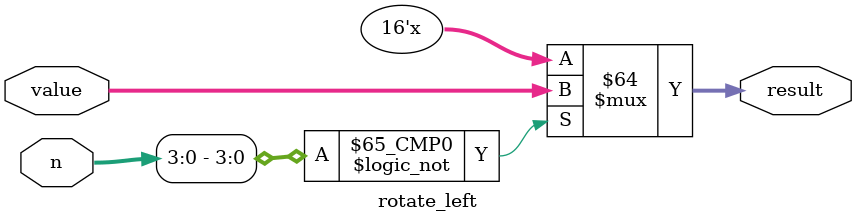
<source format=v>
module rotate_right(n, value, result);
	input [15:0] n, value;
	output reg [15:0] result;
	reg [15:0] temp, temp2;
	
	always@(*)
	begin
		case(n[3:0])
			0:
				begin
				result <= value;
				end
			1:
				begin
				temp <= { {15 - 1 + 1{1'b0}}, value[1 - 1: 0] };
				temp2 <= value >> 1;
				result <= {temp[1 - 1: 0] , temp2[15 - 1: 0]};
				end
			2:
				begin
				temp <= { {15 - 2 + 1{1'b0}}, value[2 - 1: 0] };
				temp2 <= value >> 2;
				result <= {temp[2 - 1: 0] , temp2[15 - 2: 0]};
				end
			3:
				begin
				temp <= { {15 - 3 + 1{1'b0}}, value[3 - 1: 0] };
				temp2 <= value >> 3;
				result <= {temp[3 - 1: 0] , temp2[15 - 3: 0]};
				end
			4:
				begin
				temp <= { {15 - 4 + 1{1'b0}}, value[4 - 1: 0] };
				temp2 <= value >> 4;
				result <= {temp[4 - 1: 0] , temp2[15 - 4: 0]};
				end
			5:
				begin
				temp <= { {15 - 5 + 1{1'b0}}, value[5 - 1: 0] };
				temp2 <= value >> 5;
				result <= {temp[5 - 1: 0] , temp2[15 - 5: 0]};
				end
			6:
				begin
				temp <= { {15 - 6 + 1{1'b0}}, value[6 - 1: 0] };
				temp2 <= value >> 6;
				result <= {temp[6 - 1: 0] , temp2[15 - 6: 0]};
				end
			7:
				begin
				temp <= { {15 - 7 + 1{1'b0}}, value[7 - 1: 0] };
				temp2 <= value >> 7;
				result <= {temp[7 - 1: 0] , temp2[15 - 7: 0]};
				end
			8:
				begin
				temp <= { {15 - 8 + 1{1'b0}}, value[8 - 1: 0] };
				temp2 <= value >> 8;
				result <= {temp[8 - 1: 0] , temp2[15 - 8: 0]};
				end
			9:
				begin
				temp <= { {15 - 9 + 1{1'b0}}, value[9 - 1: 0] };
				temp2 <= value >> 9;
				result <= {temp[9 - 1: 0] , temp2[15 - 9: 0]};
				end
			10:
				begin
				temp <= { {15 - 10 + 1{1'b0}}, value[10 - 1: 0] };
				temp2 <= value >> 10;
				result <= {temp[10 - 1: 0] , temp2[15 - 10: 0]};
				end
			11:
				begin
				temp <= { {15 - 11 + 1{1'b0}}, value[11 - 1: 0] };
				temp2 <= value >> 11;
				result <= {temp[11 - 1: 0] , temp2[15 - 11: 0]};
				end
			12:
				begin
				temp <= { {15 - 12 + 1{1'b0}}, value[12 - 1: 0] };
				temp2 <= value >> 12;
				result <= {temp[12 - 1: 0] , temp2[15 - 12: 0]};
				end
			13:
				begin
				temp <= { {15 - 13 + 1{1'b0}}, value[13 - 1: 0] };
				temp2 <= value >> 13;
				result <= {temp[13 - 1: 0] , temp2[15 - 13: 0]};
				end
			14:
				begin
				temp <= { {15 - 14 + 1{1'b0}}, value[14 - 1: 0] };
				temp2 <= value >> 14;
				result <= {temp[14 - 1: 0] , temp2[15 - 14: 0]};
				end
			15:
				begin
				temp <= { {15 - 15 + 1{1'b0}}, value[15 - 1: 0] };
				temp2 <= value >> 15;
				result <= {temp[15 - 1: 0] , temp2[15 - 15: 0]};
				end
		endcase
	end
endmodule

module rotate_left(n, value, result);
	input [15:0] n, value;
	output reg [15:0] result;
	reg [15:0] temp, temp2;
	
	always@(*)
	begin
		case(n[3:0])
			0:
				begin
				result <= value;
				end
			1:
				begin
				temp <= { {15 - 1 + 1{1'b0}}, value[15:15 - 1 + 1] };
				temp2 <= value << 1;
				result <= {temp2[15:1] , temp[1 - 1:0]};
				end
			2:
				begin
				temp <= { {15 - 2 + 1{1'b0}}, value[15:15 - 2 + 1] };
				temp2 <= value << 2;
				result <= {temp2[15:2] , temp[2 - 1:0]};
				end
			3:
				begin
				temp <= { {15 - 3 + 1{1'b0}}, value[15:15 - 3 + 1] };
				temp2 <= value << 3;
				result <= {temp2[15:3] , temp[3 - 1:0]};
				end
			4:
				begin
				temp <= { {15 - 4 + 1{1'b0}}, value[15:15 - 4 + 1] };
				temp2 <= value << 4;
				result <= {temp2[15:4] , temp[4 - 1:0]};
				end
			5:
				begin
				temp <= { {15 - 5 + 1{1'b0}}, value[15:15 - 5 + 1] };
				temp2 <= value << 5;
				result <= {temp2[15:5] , temp[5 - 1:0]};
				end
			6:
				begin
				temp <= { {15 - 6 + 1{1'b0}}, value[15:15 - 6 + 1] };
				temp2 <= value << 6;
				result <= {temp2[15:6] , temp[6 - 1:0]};
				end
			7:
				begin
				temp <= { {15 - 7 + 1{1'b0}}, value[15:15 - 7 + 1] };
				temp2 <= value << 7;
				result <= {temp2[15:7] , temp[7 - 1:0]};
				end
			8:
				begin
				temp <= { {15 - 8 + 1{1'b0}}, value[15:15 - 8 + 1] };
				temp2 <= value << 8;
				result <= {temp2[15:8] , temp[8 - 1:0]};
				end
			9:
				begin
				temp <= { {15 - 9 + 1{1'b0}}, value[15:15 - 9 + 1] };
				temp2 <= value << 9;
				result <= {temp2[15:9] , temp[9 - 1:0]};
				end
			10:
				begin
				temp <= { {15 - 10 + 1{1'b0}}, value[15:15 - 10 + 1] };
				temp2 <= value << 10;
				result <= {temp2[15:10] , temp[10 - 1:0]};
				end
			11:
				begin
				temp <= { {15 - 11 + 1{1'b0}}, value[15:15 - 11 + 1] };
				temp2 <= value << 11;
				result <= {temp2[15:11] , temp[11 - 1:0]};
				end
			12:
				begin
				temp <= { {15 - 12 + 1{1'b0}}, value[15:15 - 12 + 1] };
				temp2 <= value << 12;
				result <= {temp2[15:12] , temp[12 - 1:0]};
				end
			13:
				begin
				temp <= { {15 - 13 + 1{1'b0}}, value[15:15 - 13 + 1] };
				temp2 <= value << 13;
				result <= {temp2[15:13] , temp[13 - 1:0]};
				end
			14:
				begin
				temp <= { {15 - 14 + 1{1'b0}}, value[15:15 - 14 + 1] };
				temp2 <= value << 14;
				result <= {temp2[15:14] , temp[14 - 1:0]};
				end
			15:
				begin
				temp <= { {15 - 15 + 1{1'b0}}, value[15:15 - 15 + 1] };
				temp2 <= value << 15;
				result <= {temp2[15:15] , temp[15 - 1:0]};
				end
		endcase
	end
endmodule
</source>
